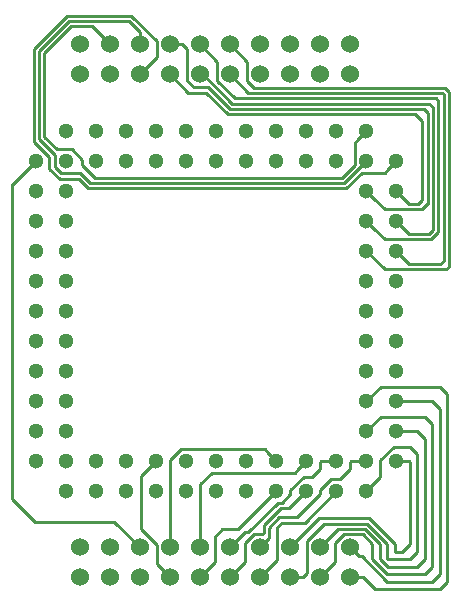
<source format=gbr>
G04 #@! TF.GenerationSoftware,KiCad,Pcbnew,(5.1.2)-2*
G04 #@! TF.CreationDate,2019-08-20T13:38:56-07:00*
G04 #@! TF.ProjectId,pcb_design,7063625f-6465-4736-9967-6e2e6b696361,rev?*
G04 #@! TF.SameCoordinates,Original*
G04 #@! TF.FileFunction,Copper,L1,Top*
G04 #@! TF.FilePolarity,Positive*
%FSLAX46Y46*%
G04 Gerber Fmt 4.6, Leading zero omitted, Abs format (unit mm)*
G04 Created by KiCad (PCBNEW (5.1.2)-2) date 2019-08-20 13:38:56*
%MOMM*%
%LPD*%
G04 APERTURE LIST*
%ADD10C,1.524000*%
%ADD11C,1.300000*%
%ADD12C,0.250000*%
G04 APERTURE END LIST*
D10*
X151105000Y-62469999D03*
X151105000Y-65009999D03*
X148565000Y-62469999D03*
X148565000Y-65009999D03*
X146025000Y-62469999D03*
X146025000Y-65009999D03*
X143485000Y-62469999D03*
X143485000Y-65009999D03*
X140945000Y-62469999D03*
X140945000Y-65009999D03*
X138405000Y-62469999D03*
X138405000Y-65009999D03*
X135865000Y-62469999D03*
X135865000Y-65009999D03*
X133325000Y-62469999D03*
X133325000Y-65009999D03*
X130785000Y-62469999D03*
X130785000Y-65009999D03*
X128245000Y-62469999D03*
X128245000Y-65009999D03*
D11*
X137260000Y-72339999D03*
X137260000Y-69799999D03*
X134720000Y-69799999D03*
X134720000Y-72339999D03*
X132180000Y-72339999D03*
X132180000Y-69799999D03*
X129640000Y-72339999D03*
X129640000Y-69799999D03*
X127100000Y-72339999D03*
X124560000Y-95199999D03*
X127100000Y-97739999D03*
X149960000Y-100279999D03*
X152500000Y-97739999D03*
X152500000Y-100279999D03*
X155040000Y-97739999D03*
X155040000Y-74879999D03*
X155040000Y-74879999D03*
X152500000Y-72339999D03*
X139800000Y-69799999D03*
X139800000Y-72339999D03*
X142340000Y-69799999D03*
X142340000Y-72339999D03*
X144880000Y-69799999D03*
X144880000Y-72339999D03*
X147420000Y-69799999D03*
X147420000Y-72339999D03*
X149960000Y-69799999D03*
X149960000Y-72339999D03*
X152500000Y-69799999D03*
X155040000Y-72339999D03*
X152500000Y-74879999D03*
X155040000Y-77419999D03*
X152500000Y-77419999D03*
X155040000Y-79959999D03*
X152500000Y-79959999D03*
X155040000Y-82499999D03*
X152500000Y-82499999D03*
X155040000Y-85039999D03*
X152500000Y-85039999D03*
X155040000Y-87579999D03*
X152500000Y-87579999D03*
X155040000Y-90119999D03*
X152500000Y-90119999D03*
X155040000Y-92659999D03*
X152500000Y-92659999D03*
X155040000Y-95199999D03*
X152500000Y-95199999D03*
X149960000Y-97739999D03*
X147420000Y-100279999D03*
X147420000Y-97739999D03*
X144880000Y-100279999D03*
X144880000Y-97739999D03*
X142340000Y-100279999D03*
X142340000Y-97739999D03*
X139800000Y-100279999D03*
X139800000Y-97739999D03*
X137260000Y-100279999D03*
X137260000Y-97739999D03*
X134720000Y-100279999D03*
X134720000Y-97739999D03*
X132180000Y-100279999D03*
X132180000Y-97739999D03*
X129640000Y-100279999D03*
X129640000Y-97739999D03*
X127100000Y-100279999D03*
X124560000Y-97739999D03*
X127100000Y-95199999D03*
X124560000Y-92659999D03*
X127100000Y-92659999D03*
X124560000Y-90119999D03*
X127100000Y-90119999D03*
X124560000Y-87579999D03*
X127100000Y-87579999D03*
X124560000Y-85039999D03*
X127100000Y-85039999D03*
X124560000Y-82499999D03*
X127100000Y-82499999D03*
X124560000Y-79959999D03*
X127100000Y-79959999D03*
X124560000Y-77419999D03*
X127100000Y-77419999D03*
X124560000Y-74879999D03*
X127100000Y-74879999D03*
X124560000Y-72339999D03*
X127100000Y-69799999D03*
D10*
X128263800Y-107562200D03*
X128263800Y-105022200D03*
X130803800Y-107562200D03*
X130803800Y-105022200D03*
X133343800Y-107562200D03*
X133343800Y-105022200D03*
X135883800Y-107562200D03*
X135883800Y-105022200D03*
X138423800Y-107562200D03*
X138423800Y-105022200D03*
X140963800Y-107562200D03*
X140963800Y-105022200D03*
X143503800Y-107562200D03*
X143503800Y-105022200D03*
X146043800Y-107562200D03*
X146043800Y-105022200D03*
X148583800Y-107562200D03*
X148583800Y-105022200D03*
X151123800Y-107562200D03*
X151123800Y-105022200D03*
D12*
X133343800Y-105022200D02*
X131191600Y-102870000D01*
X131191600Y-102870000D02*
X124460000Y-102870000D01*
X124460000Y-102870000D02*
X122555000Y-100965000D01*
X122555000Y-100965000D02*
X122555000Y-74295000D01*
X122555000Y-74295000D02*
X122604999Y-74295000D01*
X122604999Y-74295000D02*
X124560000Y-72339999D01*
X133435362Y-99024637D02*
X134720000Y-97739999D01*
X133435362Y-103505000D02*
X133435362Y-99024637D01*
X134796799Y-104866437D02*
X133435362Y-103505000D01*
X135883800Y-107562200D02*
X134796799Y-106475199D01*
X134796799Y-106475199D02*
X134796799Y-104866437D01*
X144230001Y-97090000D02*
X144880000Y-97739999D01*
X143904999Y-96764998D02*
X144230001Y-97090000D01*
X136791999Y-96764998D02*
X143904999Y-96764998D01*
X135883800Y-97673197D02*
X136791999Y-96764998D01*
X135883800Y-105022200D02*
X135883800Y-97673197D01*
X139700000Y-106286000D02*
X138423800Y-107562200D01*
X139700000Y-104140000D02*
X139700000Y-106286000D01*
X140335000Y-103505000D02*
X139700000Y-104140000D01*
X144880000Y-100279999D02*
X141654999Y-103505000D01*
X141654999Y-103505000D02*
X140335000Y-103505000D01*
X138423800Y-105022200D02*
X138423800Y-99701200D01*
X146770001Y-98389998D02*
X147420000Y-97739999D01*
X146444999Y-98715000D02*
X146770001Y-98389998D01*
X139410000Y-98715000D02*
X146444999Y-98715000D01*
X138423800Y-99701200D02*
X139410000Y-98715000D01*
X142240000Y-106286000D02*
X142240000Y-104677238D01*
X140963800Y-107562200D02*
X142240000Y-106286000D01*
X142982039Y-103935199D02*
X143714801Y-103935199D01*
X143714801Y-103935199D02*
X143815789Y-103834211D01*
X142240000Y-104677238D02*
X142982039Y-103935199D01*
X143815789Y-103834211D02*
X143815790Y-103196390D01*
X146770001Y-100929998D02*
X147420000Y-100279999D01*
X145994989Y-101705010D02*
X146770001Y-100929998D01*
X145307170Y-101705010D02*
X145994989Y-101705010D01*
X143815790Y-103196390D02*
X145307170Y-101705010D01*
X140963800Y-104781200D02*
X140963800Y-105022200D01*
X148640001Y-97739999D02*
X149960000Y-97739999D01*
X148590000Y-97790000D02*
X148640001Y-97739999D01*
X148590000Y-98425000D02*
X148590000Y-97790000D01*
X147955000Y-99060000D02*
X148590000Y-98425000D01*
X146050000Y-100206997D02*
X147196997Y-99060000D01*
X140963800Y-105022200D02*
X142240000Y-103746000D01*
X147196997Y-99060000D02*
X147955000Y-99060000D01*
X146050000Y-100553001D02*
X146050000Y-100206997D01*
X145348001Y-101255000D02*
X146050000Y-100553001D01*
X145025828Y-101255000D02*
X145348001Y-101255000D01*
X142534828Y-103746000D02*
X145025828Y-101255000D01*
X142240000Y-103746000D02*
X142534828Y-103746000D01*
X147289969Y-102950030D02*
X149960000Y-100279999D01*
X145334970Y-102950030D02*
X147289969Y-102950030D01*
X144956799Y-103328201D02*
X145334970Y-102950030D01*
X143503800Y-107562200D02*
X144956799Y-106109201D01*
X144956799Y-106109201D02*
X144956799Y-103328201D01*
X151130000Y-98425000D02*
X151130000Y-97790000D01*
X149491999Y-99304998D02*
X150250002Y-99304998D01*
X151130000Y-97790000D02*
X151180001Y-97739999D01*
X150250002Y-99304998D02*
X151130000Y-98425000D01*
X148590000Y-100206997D02*
X149491999Y-99304998D01*
X148590000Y-100553001D02*
X148590000Y-100206997D01*
X151180001Y-97739999D02*
X152500000Y-97739999D01*
X146642981Y-102500020D02*
X148590000Y-100553001D01*
X145148570Y-102500020D02*
X146642981Y-102500020D01*
X144265799Y-103382791D02*
X145148570Y-102500020D01*
X144265799Y-104260201D02*
X144265799Y-103382791D01*
X143503800Y-105022200D02*
X144265799Y-104260201D01*
X147496799Y-107186831D02*
X147496799Y-104500439D01*
X146043800Y-107562200D02*
X147121430Y-107562200D01*
X147121430Y-107562200D02*
X147496799Y-107186831D01*
X152568001Y-103035181D02*
X154305000Y-104772180D01*
X147496799Y-104500439D02*
X148962057Y-103035181D01*
X148962057Y-103035181D02*
X152568001Y-103035181D01*
X154305000Y-104772180D02*
X154305000Y-106040770D01*
X154309230Y-106045000D02*
X156210000Y-106045000D01*
X154305000Y-106040770D02*
X154309230Y-106045000D01*
X156210000Y-106045000D02*
X156845000Y-105410000D01*
X156845000Y-105410000D02*
X156845000Y-97155000D01*
X156845000Y-97155000D02*
X156210000Y-96520000D01*
X154816997Y-96520000D02*
X153670000Y-97666997D01*
X156210000Y-96520000D02*
X154816997Y-96520000D01*
X153670000Y-99109999D02*
X152500000Y-100279999D01*
X153670000Y-97666997D02*
X153670000Y-99109999D01*
X156159999Y-97739999D02*
X155040000Y-97739999D01*
X156210000Y-97790000D02*
X156159999Y-97739999D01*
X148480828Y-102585172D02*
X152754402Y-102585172D01*
X146043800Y-105022200D02*
X148480828Y-102585172D01*
X156210000Y-104775000D02*
X156210000Y-97790000D01*
X154755009Y-104585779D02*
X154755009Y-104590009D01*
X152754402Y-102585172D02*
X154755009Y-104585779D01*
X154755009Y-104590009D02*
X154940000Y-104775000D01*
X154940000Y-104775000D02*
X154940000Y-105410000D01*
X154940000Y-105410000D02*
X155575000Y-105410000D01*
X155575000Y-105410000D02*
X156210000Y-104775000D01*
X153719999Y-93980000D02*
X152500000Y-95199999D01*
X157480000Y-93980000D02*
X153719999Y-93980000D01*
X158115000Y-106680000D02*
X158115000Y-94615000D01*
X154306410Y-107315000D02*
X157480000Y-107315000D01*
X153035000Y-106043590D02*
X154306410Y-107315000D01*
X149860000Y-106286000D02*
X149860000Y-104677238D01*
X149860000Y-104677238D02*
X150602039Y-103935199D01*
X157480000Y-107315000D02*
X158115000Y-106680000D01*
X150602039Y-103935199D02*
X152195199Y-103935199D01*
X158115000Y-94615000D02*
X157480000Y-93980000D01*
X152195199Y-103935199D02*
X153035000Y-104775000D01*
X148583800Y-107562200D02*
X149860000Y-106286000D01*
X153035000Y-104775000D02*
X153035000Y-106043590D01*
X156794999Y-95199999D02*
X155040000Y-95199999D01*
X157480000Y-95885000D02*
X156794999Y-95199999D01*
X156845000Y-106680000D02*
X157480000Y-106045000D01*
X150120810Y-103485190D02*
X152381600Y-103485190D01*
X148583800Y-105022200D02*
X150120810Y-103485190D01*
X152381600Y-103485190D02*
X153670000Y-104773590D01*
X157480000Y-106045000D02*
X157480000Y-95885000D01*
X153670000Y-104773590D02*
X153670000Y-106042180D01*
X153670000Y-106042180D02*
X154307820Y-106680000D01*
X154307820Y-106680000D02*
X156845000Y-106680000D01*
X152201430Y-107562200D02*
X153224230Y-108585000D01*
X151123800Y-107562200D02*
X152201430Y-107562200D01*
X153224230Y-108585000D02*
X158750000Y-108585000D01*
X158750000Y-108585000D02*
X159385000Y-107950000D01*
X159385000Y-107950000D02*
X159385000Y-92075000D01*
X159385000Y-92075000D02*
X158750000Y-91440000D01*
X153719999Y-91440000D02*
X152500000Y-92659999D01*
X158750000Y-91440000D02*
X153719999Y-91440000D01*
X158064999Y-92659999D02*
X155040000Y-92659999D01*
X158750000Y-93345000D02*
X158064999Y-92659999D01*
X151885799Y-105784199D02*
X152139199Y-105784199D01*
X151123800Y-105022200D02*
X151885799Y-105784199D01*
X152139199Y-105784199D02*
X154305000Y-107950000D01*
X154305000Y-107950000D02*
X158115000Y-107950000D01*
X158115000Y-107950000D02*
X158750000Y-107315000D01*
X158750000Y-107315000D02*
X158750000Y-93345000D01*
X151850001Y-70449998D02*
X152500000Y-69799999D01*
X150430020Y-73759980D02*
X151524999Y-72665001D01*
X129544969Y-73764969D02*
X149447178Y-73764969D01*
X149447178Y-73764969D02*
X149452167Y-73759980D01*
X130785000Y-62469999D02*
X129247989Y-60932988D01*
X129247989Y-60932988D02*
X127536839Y-60932988D01*
X127568001Y-71364998D02*
X128440000Y-72236997D01*
X127536839Y-60932988D02*
X125260010Y-63209817D01*
X151524999Y-70775000D02*
X151850001Y-70449998D01*
X151524999Y-72665001D02*
X151524999Y-70775000D01*
X125260010Y-63209817D02*
X125260010Y-70324187D01*
X125260010Y-70324187D02*
X126300821Y-71364998D01*
X149452167Y-73759980D02*
X150430020Y-73759980D01*
X128440000Y-72660000D02*
X129544969Y-73764969D01*
X126300821Y-71364998D02*
X127568001Y-71364998D01*
X128440000Y-72236997D02*
X128440000Y-72660000D01*
X149819978Y-74664989D02*
X149824967Y-74660000D01*
X154390001Y-72989998D02*
X155040000Y-72339999D01*
X154064999Y-73315000D02*
X154390001Y-72989998D01*
X152161409Y-73315000D02*
X154064999Y-73315000D01*
X150811420Y-74664989D02*
X152161409Y-73315000D01*
X149819978Y-74664989D02*
X150811420Y-74664989D01*
X126585587Y-73904998D02*
X128194998Y-73904998D01*
X125674990Y-72011987D02*
X125674990Y-72994401D01*
X124359990Y-70696987D02*
X125674990Y-72011987D01*
X125674990Y-72994401D02*
X126585587Y-73904998D01*
X133325000Y-65009999D02*
X134777999Y-63557000D01*
X134777999Y-63557000D02*
X134777999Y-62208958D01*
X134777999Y-62208958D02*
X132602009Y-60032970D01*
X132602009Y-60032970D02*
X127164036Y-60032971D01*
X127164036Y-60032971D02*
X124359990Y-62837017D01*
X124359990Y-62837017D02*
X124359990Y-70696987D01*
X149819977Y-74664988D02*
X149819978Y-74664989D01*
X128954988Y-74664988D02*
X149819977Y-74664988D01*
X128194998Y-73904998D02*
X128954988Y-74664988D01*
X150630009Y-74209990D02*
X152500000Y-72339999D01*
X149638567Y-74209990D02*
X150630009Y-74209990D01*
X149633578Y-74214979D02*
X149638567Y-74209990D01*
X129141389Y-74214979D02*
X149633578Y-74214979D01*
X126631999Y-73315000D02*
X128241410Y-73315000D01*
X126124999Y-72808000D02*
X126631999Y-73315000D01*
X133325000Y-62469999D02*
X133325000Y-61392369D01*
X126124999Y-71825586D02*
X126124999Y-72808000D01*
X132415610Y-60482979D02*
X127350437Y-60482980D01*
X133325000Y-61392369D02*
X132415610Y-60482979D01*
X127350437Y-60482980D02*
X124810000Y-63023417D01*
X128241410Y-73315000D02*
X129141389Y-74214979D01*
X124810000Y-63023417D02*
X124810000Y-70510587D01*
X124810000Y-70510587D02*
X126124999Y-71825586D01*
X156154989Y-75994988D02*
X155040000Y-74879999D01*
X156915012Y-75994988D02*
X156154989Y-75994988D01*
X135865000Y-65009999D02*
X137402011Y-66547010D01*
X138964019Y-66547010D02*
X140807059Y-68390050D01*
X137402011Y-66547010D02*
X138964019Y-66547010D01*
X140807059Y-68390050D02*
X156650050Y-68390050D01*
X157249970Y-75660030D02*
X156915012Y-75994988D01*
X156650050Y-68390050D02*
X157249970Y-68989970D01*
X157249970Y-68989970D02*
X157249970Y-75660030D01*
X154064999Y-76444998D02*
X153149999Y-75529998D01*
X157255002Y-76444998D02*
X154064999Y-76444998D01*
X157680000Y-76020000D02*
X157255002Y-76444998D01*
X157699980Y-76020000D02*
X157680000Y-76020000D01*
X157699980Y-68279980D02*
X157699980Y-76020000D01*
X157360040Y-67940040D02*
X157699980Y-68279980D01*
X136942630Y-62469999D02*
X137317999Y-62845368D01*
X140993459Y-67940040D02*
X157360040Y-67940040D01*
X135865000Y-62469999D02*
X136942630Y-62469999D01*
X137317999Y-65531760D02*
X137883239Y-66097000D01*
X137883239Y-66097000D02*
X139150419Y-66097000D01*
X153149999Y-75529998D02*
X152500000Y-74879999D01*
X137317999Y-62845368D02*
X137317999Y-65531760D01*
X139150419Y-66097000D02*
X140993459Y-67940040D01*
X156154989Y-78534988D02*
X155040000Y-77419999D01*
X157795012Y-78534988D02*
X156154989Y-78534988D01*
X138405000Y-65009999D02*
X138699828Y-65009999D01*
X138699828Y-65009999D02*
X141179859Y-67490030D01*
X141179859Y-67490030D02*
X157850030Y-67490030D01*
X157850030Y-67490030D02*
X158149990Y-67789990D01*
X158149990Y-67789990D02*
X158149990Y-78180010D01*
X158149990Y-78180010D02*
X157795012Y-78534988D01*
X154064999Y-78984998D02*
X153149999Y-78069998D01*
X157985002Y-78984998D02*
X154064999Y-78984998D01*
X158600000Y-78370000D02*
X157985002Y-78984998D01*
X158600000Y-67220000D02*
X158600000Y-78370000D01*
X158420020Y-67040020D02*
X158600000Y-67220000D01*
X153149999Y-78069998D02*
X152500000Y-77419999D01*
X139857999Y-65531760D02*
X141366259Y-67040020D01*
X141366259Y-67040020D02*
X158420020Y-67040020D01*
X139857999Y-63922998D02*
X139857999Y-65531760D01*
X138405000Y-62469999D02*
X139857999Y-63922998D01*
X156154989Y-81074988D02*
X155040000Y-79959999D01*
X140945000Y-65009999D02*
X142525011Y-66590010D01*
X158963600Y-66590010D02*
X159059980Y-66686390D01*
X159059980Y-66686390D02*
X159059980Y-80770020D01*
X142525011Y-66590010D02*
X158963600Y-66590010D01*
X159059980Y-80770020D02*
X158755012Y-81074988D01*
X158755012Y-81074988D02*
X156154989Y-81074988D01*
X154064999Y-81524998D02*
X152500000Y-79959999D01*
X159265002Y-81524998D02*
X154064999Y-81524998D01*
X159509990Y-81280010D02*
X159265002Y-81524998D01*
X142397999Y-63922998D02*
X142397999Y-65531760D01*
X140945000Y-62469999D02*
X142397999Y-63922998D01*
X142397999Y-65531760D02*
X143006239Y-66140000D01*
X143006239Y-66140000D02*
X159150000Y-66140000D01*
X159150000Y-66140000D02*
X159509990Y-66499990D01*
X159509990Y-66499990D02*
X159509990Y-81280010D01*
M02*

</source>
